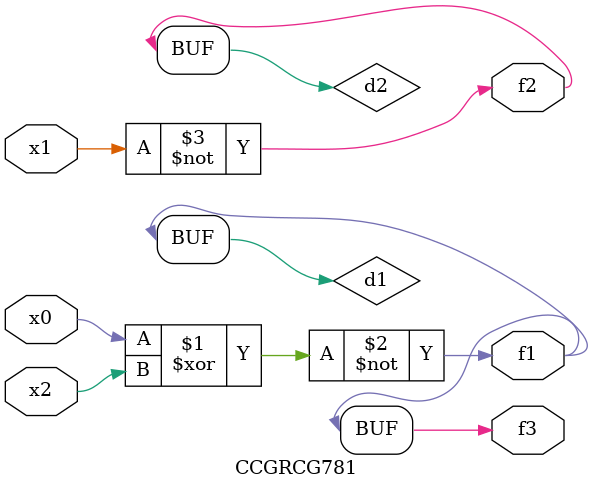
<source format=v>
module CCGRCG781(
	input x0, x1, x2,
	output f1, f2, f3
);

	wire d1, d2, d3;

	xnor (d1, x0, x2);
	nand (d2, x1);
	nor (d3, x1, x2);
	assign f1 = d1;
	assign f2 = d2;
	assign f3 = d1;
endmodule

</source>
